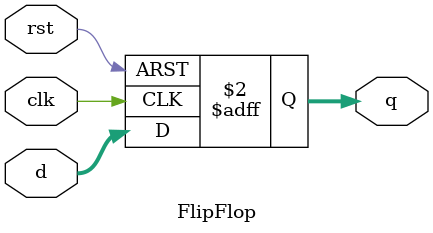
<source format=v>
`timescale 1ns / 1ps
module FlipFlop(clk, rst, d, q );
//Input
input clk, rst;
input [7:0] d; //8 bits  
//Output
output reg [7:0] q; // 8bits 

always@(posedge clk,posedge rst)
if(rst)
	q <= 8'b0;
else
	q <= d;


endmodule

</source>
